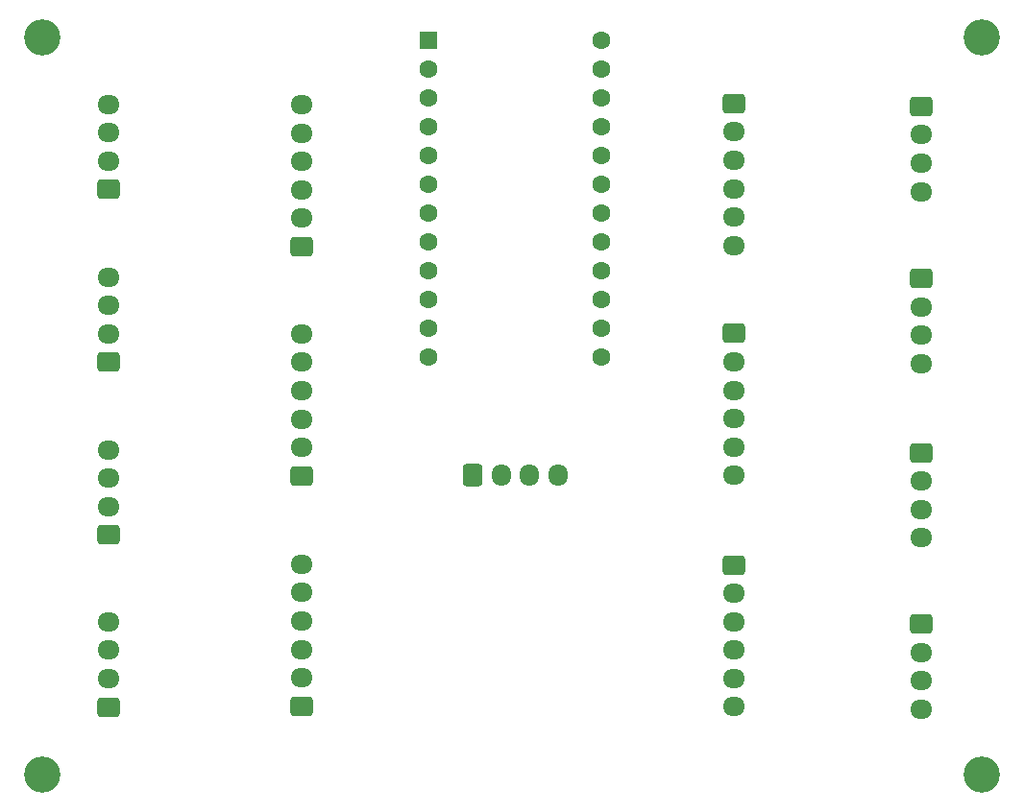
<source format=gbr>
%TF.GenerationSoftware,KiCad,Pcbnew,(6.0.6)*%
%TF.CreationDate,2022-07-31T16:56:09+07:00*%
%TF.ProjectId,ONGEKI PCB,4f4e4745-4b49-4205-9043-422e6b696361,rev?*%
%TF.SameCoordinates,Original*%
%TF.FileFunction,Soldermask,Bot*%
%TF.FilePolarity,Negative*%
%FSLAX46Y46*%
G04 Gerber Fmt 4.6, Leading zero omitted, Abs format (unit mm)*
G04 Created by KiCad (PCBNEW (6.0.6)) date 2022-07-31 16:56:09*
%MOMM*%
%LPD*%
G01*
G04 APERTURE LIST*
G04 Aperture macros list*
%AMRoundRect*
0 Rectangle with rounded corners*
0 $1 Rounding radius*
0 $2 $3 $4 $5 $6 $7 $8 $9 X,Y pos of 4 corners*
0 Add a 4 corners polygon primitive as box body*
4,1,4,$2,$3,$4,$5,$6,$7,$8,$9,$2,$3,0*
0 Add four circle primitives for the rounded corners*
1,1,$1+$1,$2,$3*
1,1,$1+$1,$4,$5*
1,1,$1+$1,$6,$7*
1,1,$1+$1,$8,$9*
0 Add four rect primitives between the rounded corners*
20,1,$1+$1,$2,$3,$4,$5,0*
20,1,$1+$1,$4,$5,$6,$7,0*
20,1,$1+$1,$6,$7,$8,$9,0*
20,1,$1+$1,$8,$9,$2,$3,0*%
G04 Aperture macros list end*
%ADD10RoundRect,0.250000X0.725000X-0.600000X0.725000X0.600000X-0.725000X0.600000X-0.725000X-0.600000X0*%
%ADD11O,1.950000X1.700000*%
%ADD12RoundRect,0.250000X-0.725000X0.600000X-0.725000X-0.600000X0.725000X-0.600000X0.725000X0.600000X0*%
%ADD13C,3.200000*%
%ADD14RoundRect,0.250000X-0.600000X-0.725000X0.600000X-0.725000X0.600000X0.725000X-0.600000X0.725000X0*%
%ADD15O,1.700000X1.950000*%
%ADD16C,1.600000*%
%ADD17R,1.600000X1.600000*%
G04 APERTURE END LIST*
D10*
%TO.C,Func-L*%
X46465000Y-87570000D03*
D11*
X46465000Y-85070000D03*
X46465000Y-82570000D03*
X46465000Y-80070000D03*
%TD*%
D12*
%TO.C,Power VCC*%
X118110000Y-49784000D03*
D11*
X118110000Y-52284000D03*
X118110000Y-54784000D03*
X118110000Y-57284000D03*
%TD*%
D13*
%TO.C,REF5\u002A\u002A*%
X123444000Y-108712000D03*
%TD*%
D12*
%TO.C,Func-R*%
X118093000Y-80324000D03*
D11*
X118093000Y-82824000D03*
X118093000Y-85324000D03*
X118093000Y-87824000D03*
%TD*%
D12*
%TO.C,R-Button-1*%
X101600000Y-49530000D03*
D11*
X101600000Y-52030000D03*
X101600000Y-54530000D03*
X101600000Y-57030000D03*
X101600000Y-59530000D03*
X101600000Y-62030000D03*
%TD*%
D14*
%TO.C,Encoder/Potentiometer*%
X78546000Y-82279000D03*
D15*
X81046000Y-82279000D03*
X83546000Y-82279000D03*
X86046000Y-82279000D03*
%TD*%
D16*
%TO.C,ProMicro*%
X89916000Y-51562000D03*
D17*
X74676000Y-43942000D03*
D16*
X74676000Y-46482000D03*
X89916000Y-49022000D03*
X89916000Y-43942000D03*
X74676000Y-69342000D03*
X74676000Y-49022000D03*
X89916000Y-46482000D03*
X74676000Y-51562000D03*
X89916000Y-54102000D03*
X89916000Y-56642000D03*
X89916000Y-59182000D03*
X89916000Y-61722000D03*
X89916000Y-69342000D03*
X89916000Y-64262000D03*
X89916000Y-66802000D03*
X89916000Y-71882000D03*
X74676000Y-71882000D03*
X74676000Y-66802000D03*
X74676000Y-64262000D03*
X74676000Y-61722000D03*
X74676000Y-59182000D03*
X74676000Y-56642000D03*
X74676000Y-54102000D03*
%TD*%
D10*
%TO.C,L-Button-1*%
X63500000Y-62130000D03*
D11*
X63500000Y-59630000D03*
X63500000Y-57130000D03*
X63500000Y-54630000D03*
X63500000Y-52130000D03*
X63500000Y-49630000D03*
%TD*%
D12*
%TO.C,Side-R*%
X118093000Y-95444000D03*
D11*
X118093000Y-97944000D03*
X118093000Y-100444000D03*
X118093000Y-102944000D03*
%TD*%
D13*
%TO.C,REF1\u002A\u002A*%
X40640000Y-43688000D03*
%TD*%
D12*
%TO.C,R-Button-3*%
X101600000Y-90230000D03*
D11*
X101600000Y-92730000D03*
X101600000Y-95230000D03*
X101600000Y-97730000D03*
X101600000Y-100230000D03*
X101600000Y-102730000D03*
%TD*%
D13*
%TO.C,REF4\u002A\u002A*%
X40640000Y-108712000D03*
%TD*%
%TO.C,REF2\u002A\u002A*%
X123444000Y-43688000D03*
%TD*%
D12*
%TO.C,R-Button-2*%
X101600000Y-69810000D03*
D11*
X101600000Y-72310000D03*
X101600000Y-74810000D03*
X101600000Y-77310000D03*
X101600000Y-79810000D03*
X101600000Y-82310000D03*
%TD*%
D12*
%TO.C,Power GND*%
X118093000Y-64964000D03*
D11*
X118093000Y-67464000D03*
X118093000Y-69964000D03*
X118093000Y-72464000D03*
%TD*%
D10*
%TO.C,Analog port*%
X46465000Y-72330000D03*
D11*
X46465000Y-69830000D03*
X46465000Y-67330000D03*
X46465000Y-64830000D03*
%TD*%
D10*
%TO.C,Serial port*%
X46465000Y-57090000D03*
D11*
X46465000Y-54590000D03*
X46465000Y-52090000D03*
X46465000Y-49590000D03*
%TD*%
D10*
%TO.C,L-Button-3*%
X63500000Y-102670000D03*
D11*
X63500000Y-100170000D03*
X63500000Y-97670000D03*
X63500000Y-95170000D03*
X63500000Y-92670000D03*
X63500000Y-90170000D03*
%TD*%
D10*
%TO.C,L-Button-2*%
X63500000Y-82350000D03*
D11*
X63500000Y-79850000D03*
X63500000Y-77350000D03*
X63500000Y-74850000D03*
X63500000Y-72350000D03*
X63500000Y-69850000D03*
%TD*%
D10*
%TO.C,Side-L*%
X46465000Y-102750000D03*
D11*
X46465000Y-100250000D03*
X46465000Y-97750000D03*
X46465000Y-95250000D03*
%TD*%
M02*

</source>
